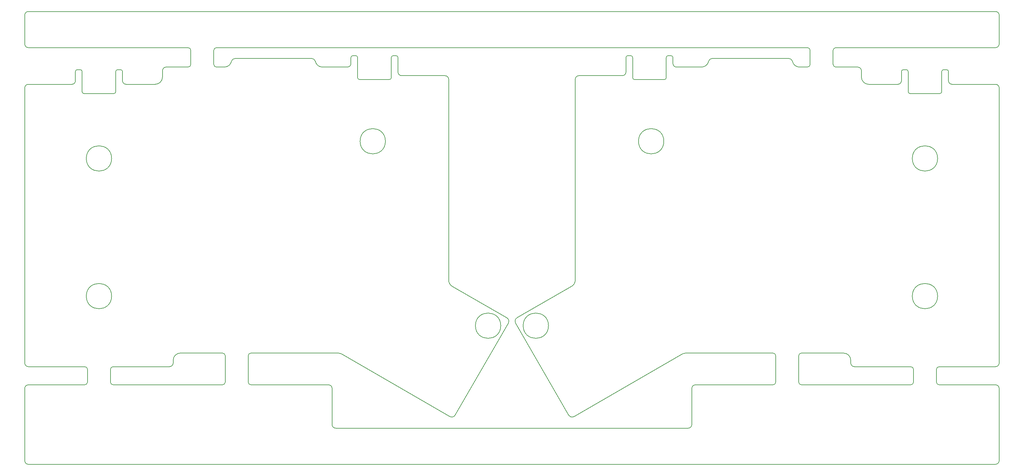
<source format=gm1>
G04 #@! TF.GenerationSoftware,KiCad,Pcbnew,(5.0.0)*
G04 #@! TF.CreationDate,2019-01-31T01:42:25-08:00*
G04 #@! TF.ProjectId,Orbit,4F726269742E6B696361645F70636200,rev?*
G04 #@! TF.SameCoordinates,Original*
G04 #@! TF.FileFunction,Profile,NP*
%FSLAX46Y46*%
G04 Gerber Fmt 4.6, Leading zero omitted, Abs format (unit mm)*
G04 Created by KiCad (PCBNEW (5.0.0)) date 01/31/19 01:42:25*
%MOMM*%
%LPD*%
G01*
G04 APERTURE LIST*
G04 #@! TA.AperFunction,NonConductor*
%ADD10C,0.200000*%
G04 #@! TD*
G04 APERTURE END LIST*
D10*
G04 #@! TO.C,REF\002A\002A*
X38713500Y-47103998D02*
X47013500Y-47103998D01*
X38213500Y-41003998D02*
X38213500Y-46603998D01*
X37713500Y-40503998D02*
G75*
G02X38213500Y-41003998I0J-500000D01*
G01*
X23338500Y-149726775D02*
G75*
G02X22338500Y-148726775I0J1000000D01*
G01*
X23338500Y-122700800D02*
G75*
G02X22338500Y-121700800I0J1000000D01*
G01*
X36863500Y-40503998D02*
X37713500Y-40503998D01*
X36363500Y-43550800D02*
G75*
G02X35363500Y-44550800I-1000000J0D01*
G01*
X23338500Y-44550800D02*
X35363500Y-44550800D01*
X22338500Y-121700800D02*
X22338500Y-45550800D01*
X22338500Y-128726775D02*
G75*
G02X23338500Y-127726775I1000000J0D01*
G01*
X36363500Y-41003998D02*
G75*
G02X36863500Y-40503998I500000J0D01*
G01*
X22338500Y-45550800D02*
G75*
G02X23338500Y-44550800I1000000J0D01*
G01*
X22338500Y-148726775D02*
X22338500Y-128726775D01*
X38938500Y-122700800D02*
X23338500Y-122700800D01*
X39688500Y-126976775D02*
X39688500Y-123450800D01*
X47513500Y-46603998D02*
X47513500Y-41003998D01*
X38713500Y-47103998D02*
G75*
G02X38213500Y-46603998I0J500000D01*
G01*
X290838500Y-149726775D02*
X23338500Y-149726775D01*
X36363500Y-43550800D02*
X36363500Y-41003998D01*
X38938500Y-122700800D02*
G75*
G02X39688500Y-123450800I0J-750000D01*
G01*
X39688500Y-126976775D02*
G75*
G02X38938500Y-127726775I-750000J0D01*
G01*
X23338500Y-127726775D02*
X38938500Y-127726775D01*
X47513500Y-46603998D02*
G75*
G02X47013500Y-47103998I-500000J0D01*
G01*
X253738500Y-40788300D02*
X253738500Y-42550800D01*
X245913500Y-35157050D02*
G75*
G02X246663500Y-34407050I750000J0D01*
G01*
X265313500Y-40503998D02*
X266163500Y-40503998D01*
X255738500Y-44550800D02*
G75*
G02X253738500Y-42550800I0J2000000D01*
G01*
X22338500Y-25407050D02*
G75*
G02X23338500Y-24407050I1000000J0D01*
G01*
X264813500Y-41003998D02*
G75*
G02X265313500Y-40503998I500000J0D01*
G01*
X264813500Y-43550800D02*
X264813500Y-41003998D01*
X264813500Y-43550800D02*
G75*
G02X263813500Y-44550800I-1000000J0D01*
G01*
X122088500Y-60313300D02*
G75*
G03X122088500Y-60313300I-3500000J0D01*
G01*
X153987566Y-111363288D02*
G75*
G03X153987566Y-111363288I-3500000J0D01*
G01*
X246663500Y-39788300D02*
X252738500Y-39788300D01*
X290838500Y-24407050D02*
G75*
G02X291838500Y-25407050I0J-1000000D01*
G01*
X199088500Y-60313300D02*
G75*
G03X199088500Y-60313300I-3500000J0D01*
G01*
X46363500Y-103175800D02*
G75*
G03X46363500Y-103175800I-3500000J0D01*
G01*
X291838500Y-25407050D02*
X291838500Y-33407050D01*
X255738500Y-44550800D02*
X263813500Y-44550800D01*
X246663500Y-39788300D02*
G75*
G02X245913500Y-39038300I0J750000D01*
G01*
X245913500Y-35157050D02*
X245913500Y-39038300D01*
X46363500Y-65075800D02*
G75*
G03X46363500Y-65075800I-3500000J0D01*
G01*
X252738500Y-39788300D02*
G75*
G02X253738500Y-40788300I0J-1000000D01*
G01*
X290838500Y-34407050D02*
X246663500Y-34407050D01*
X291838500Y-33407050D02*
G75*
G02X290838500Y-34407050I-1000000J0D01*
G01*
X23338500Y-24407050D02*
X290838500Y-24407050D01*
X277813500Y-41003998D02*
X277813500Y-43550800D01*
X291838500Y-148726775D02*
G75*
G02X290838500Y-149726775I-1000000J0D01*
G01*
X275238500Y-127726775D02*
G75*
G02X274488500Y-126976775I0J750000D01*
G01*
X275963500Y-46603998D02*
X275963500Y-41003998D01*
X274488500Y-123450800D02*
G75*
G02X275238500Y-122700800I750000J0D01*
G01*
X290838500Y-122700800D02*
X275238500Y-122700800D01*
X275963500Y-46603998D02*
G75*
G02X275463500Y-47103998I-500000J0D01*
G01*
X267163500Y-47103998D02*
G75*
G02X266663500Y-46603998I0J500000D01*
G01*
X267163500Y-47103998D02*
X275463500Y-47103998D01*
X291838500Y-128726775D02*
X291838500Y-148726775D01*
X291838500Y-121700800D02*
G75*
G02X290838500Y-122700800I-1000000J0D01*
G01*
X276463500Y-40503998D02*
X277313500Y-40503998D01*
X275963500Y-41003998D02*
G75*
G02X276463500Y-40503998I500000J0D01*
G01*
X290838500Y-44550800D02*
G75*
G02X291838500Y-45550800I0J-1000000D01*
G01*
X290838500Y-127726775D02*
G75*
G02X291838500Y-128726775I0J-1000000D01*
G01*
X291838500Y-45550800D02*
X291838500Y-121700800D01*
X275238500Y-127726775D02*
X290838500Y-127726775D01*
X278813500Y-44550800D02*
G75*
G02X277813500Y-43550800I0J1000000D01*
G01*
X274488500Y-123450800D02*
X274488500Y-126976775D01*
X277313500Y-40503998D02*
G75*
G02X277813500Y-41003998I0J-500000D01*
G01*
X266163500Y-40503998D02*
G75*
G02X266663500Y-41003998I0J-500000D01*
G01*
X266663500Y-41003998D02*
X266663500Y-46603998D01*
X278813500Y-44550800D02*
X290838500Y-44550800D01*
X104663500Y-39788300D02*
X111563500Y-39788300D01*
X74613500Y-35157050D02*
X74613500Y-39038300D01*
X211470499Y-38200800D02*
G75*
G02X212448998Y-37407050I978499J-206250D01*
G01*
X75363500Y-39788300D02*
X77553002Y-39788300D01*
X238813500Y-34407050D02*
G75*
G02X239563500Y-35157050I0J-750000D01*
G01*
X239563500Y-39038300D02*
G75*
G02X238813500Y-39788300I-750000J0D01*
G01*
X233688500Y-37407050D02*
G75*
G02X234666999Y-38200800I0J-1000000D01*
G01*
X202613500Y-39788300D02*
X209513500Y-39788300D01*
X202613500Y-39788300D02*
G75*
G02X201613500Y-38788300I0J1000000D01*
G01*
X101728002Y-37407050D02*
G75*
G02X102706501Y-38200800I0J-1000000D01*
G01*
X80488500Y-37407050D02*
X101728002Y-37407050D01*
X79510001Y-38200800D02*
G75*
G02X77553002Y-39788300I-1956999J412500D01*
G01*
X75363500Y-39788300D02*
G75*
G02X74613500Y-39038300I0J750000D01*
G01*
X236623998Y-39788300D02*
G75*
G02X234666999Y-38200800I0J2000000D01*
G01*
X104663500Y-39788300D02*
G75*
G02X102706501Y-38200800I0J2000000D01*
G01*
X236623998Y-39788300D02*
X238813500Y-39788300D01*
X238813500Y-34407050D02*
X75363500Y-34407050D01*
X212448998Y-37407050D02*
X233688500Y-37407050D01*
X74613500Y-35157050D02*
G75*
G02X75363500Y-34407050I750000J0D01*
G01*
X79510001Y-38200800D02*
G75*
G02X80488500Y-37407050I978499J-206250D01*
G01*
X239563500Y-39038300D02*
X239563500Y-35157050D01*
X211470499Y-38200800D02*
G75*
G02X209513500Y-39788300I-1956999J412500D01*
G01*
X112563500Y-38788300D02*
G75*
G02X111563500Y-39788300I-1000000J0D01*
G01*
X201613500Y-37135307D02*
X201613500Y-38788300D01*
X158442496Y-109225324D02*
X173588500Y-100480775D01*
X190963500Y-43235307D02*
G75*
G02X190463500Y-42735307I0J500000D01*
G01*
X172838971Y-136160750D02*
X158076471Y-110591350D01*
X189963500Y-36635307D02*
G75*
G02X190463500Y-37135307I0J-500000D01*
G01*
X190463500Y-37135307D02*
X190463500Y-42735307D01*
X201113500Y-36635307D02*
G75*
G02X201613500Y-37135307I0J-500000D01*
G01*
X174588500Y-98748724D02*
X174588500Y-43169550D01*
X200263500Y-36635307D02*
X201113500Y-36635307D01*
X199763500Y-42735307D02*
X199763500Y-37135307D01*
X158076470Y-110591350D02*
G75*
G02X158442496Y-109225324I866026J500000D01*
G01*
X175588500Y-42169550D02*
X187613500Y-42169550D01*
X174588500Y-98748724D02*
G75*
G02X173588500Y-100480775I-2000000J0D01*
G01*
X199763500Y-42735307D02*
G75*
G02X199263500Y-43235307I-500000J0D01*
G01*
X204205027Y-119206249D02*
X174204996Y-136526775D01*
X174204996Y-136526775D02*
G75*
G02X172838971Y-136160750I-500000J866025D01*
G01*
X174588500Y-43169550D02*
G75*
G02X175588500Y-42169550I1000000J0D01*
G01*
X189113500Y-36635307D02*
X189963500Y-36635307D01*
X188613500Y-41169550D02*
X188613500Y-37135307D01*
X188613500Y-37135307D02*
G75*
G02X189113500Y-36635307I500000J0D01*
G01*
X188613500Y-41169550D02*
G75*
G02X187613500Y-42169550I-1000000J0D01*
G01*
X199763500Y-37135307D02*
G75*
G02X200263500Y-36635307I500000J0D01*
G01*
X190963500Y-43235307D02*
X199263500Y-43235307D01*
X114913500Y-43235307D02*
G75*
G02X114413500Y-42735307I0J500000D01*
G01*
X114413500Y-37135307D02*
X114413500Y-42735307D01*
X155734504Y-109225325D02*
G75*
G02X156100529Y-110591350I-500000J-866025D01*
G01*
X126563500Y-42169550D02*
G75*
G02X125563500Y-41169550I0J1000000D01*
G01*
X112563500Y-38788300D02*
X112563500Y-37135307D01*
X113063500Y-36635307D02*
X113913500Y-36635307D01*
X140588500Y-100480775D02*
X155734504Y-109225324D01*
X139588500Y-43169550D02*
X139588500Y-98748724D01*
X140588500Y-100480775D02*
G75*
G02X139588500Y-98748724I1000000J1732051D01*
G01*
X114913500Y-43235307D02*
X123213500Y-43235307D01*
X141338029Y-136160750D02*
G75*
G02X139972004Y-136526775I-866025J500000D01*
G01*
X156100529Y-110591350D02*
X141338029Y-136160750D01*
X125563500Y-37135307D02*
X125563500Y-41169550D01*
X123713500Y-42735307D02*
X123713500Y-37135307D01*
X125063500Y-36635307D02*
G75*
G02X125563500Y-37135307I0J-500000D01*
G01*
X113913500Y-36635307D02*
G75*
G02X114413500Y-37135307I0J-500000D01*
G01*
X124213500Y-36635307D02*
X125063500Y-36635307D01*
X123713500Y-37135307D02*
G75*
G02X124213500Y-36635307I500000J0D01*
G01*
X123713500Y-42735307D02*
G75*
G02X123213500Y-43235307I-500000J0D01*
G01*
X112563500Y-37135307D02*
G75*
G02X113063500Y-36635307I500000J0D01*
G01*
X126563500Y-42169550D02*
X138588500Y-42169550D01*
X138588500Y-42169550D02*
G75*
G02X139588500Y-43169550I0J-1000000D01*
G01*
X139972004Y-136526775D02*
X109971973Y-119206249D01*
X230038500Y-126976775D02*
G75*
G02X229288500Y-127726775I-750000J0D01*
G01*
X68263500Y-39038300D02*
G75*
G02X67513500Y-39788300I-750000J0D01*
G01*
X49363500Y-41003998D02*
X49363500Y-43550800D01*
X50363500Y-44550800D02*
X58438500Y-44550800D01*
X229288500Y-118938300D02*
G75*
G02X230038500Y-119688300I0J-750000D01*
G01*
X207838500Y-127726775D02*
X229288500Y-127726775D01*
X206838500Y-128726775D02*
G75*
G02X207838500Y-127726775I1000000J0D01*
G01*
X61438500Y-39788300D02*
X67513500Y-39788300D01*
X23338500Y-34407050D02*
G75*
G02X22338500Y-33407050I0J1000000D01*
G01*
X67513500Y-34407050D02*
X23338500Y-34407050D01*
X47513500Y-41003998D02*
G75*
G02X48013500Y-40503998I500000J0D01*
G01*
X67513500Y-34407050D02*
G75*
G02X68263500Y-35157050I0J-750000D01*
G01*
X60438500Y-40788300D02*
G75*
G02X61438500Y-39788300I1000000J0D01*
G01*
X50363500Y-44550800D02*
G75*
G02X49363500Y-43550800I0J1000000D01*
G01*
X48863500Y-40503998D02*
G75*
G02X49363500Y-41003998I0J-500000D01*
G01*
X68263500Y-39038300D02*
X68263500Y-35157050D01*
X60438500Y-42550800D02*
G75*
G02X58438500Y-44550800I-2000000J0D01*
G01*
X229288500Y-118938300D02*
X205205027Y-118938300D01*
X22338500Y-33407050D02*
X22338500Y-25407050D01*
X48013500Y-40503998D02*
X48863500Y-40503998D01*
X204205027Y-119206249D02*
G75*
G02X205205027Y-118938300I1000000J-1732051D01*
G01*
X230038500Y-126976775D02*
X230038500Y-119688300D01*
X60438500Y-42550800D02*
X60438500Y-40788300D01*
X250788500Y-121700800D02*
X250788500Y-120938300D01*
X77788500Y-126976775D02*
X77788500Y-119688300D01*
X46788500Y-127726775D02*
X77038500Y-127726775D01*
X107338500Y-128726775D02*
X107338500Y-138726775D01*
X46788500Y-127726775D02*
G75*
G02X46038500Y-126976775I0J750000D01*
G01*
X267388500Y-122700800D02*
G75*
G02X268138500Y-123450800I0J-750000D01*
G01*
X248788500Y-118938300D02*
X237138500Y-118938300D01*
X77038500Y-118938300D02*
X65388500Y-118938300D01*
X206838500Y-138726775D02*
G75*
G02X205838500Y-139726775I-1000000J0D01*
G01*
X206838500Y-138726775D02*
X206838500Y-128726775D01*
X268138500Y-126976775D02*
G75*
G02X267388500Y-127726775I-750000J0D01*
G01*
X237138500Y-127726775D02*
X267388500Y-127726775D01*
X237138500Y-127726775D02*
G75*
G02X236388500Y-126976775I0J750000D01*
G01*
X77788500Y-126976775D02*
G75*
G02X77038500Y-127726775I-750000J0D01*
G01*
X63388500Y-120938300D02*
X63388500Y-121700800D01*
X236388500Y-119688300D02*
G75*
G02X237138500Y-118938300I750000J0D01*
G01*
X248788500Y-118938300D02*
G75*
G02X250788500Y-120938300I0J-2000000D01*
G01*
X77038500Y-118938300D02*
G75*
G02X77788500Y-119688300I0J-750000D01*
G01*
X84138500Y-119688300D02*
G75*
G02X84888500Y-118938300I750000J0D01*
G01*
X251788500Y-122700800D02*
G75*
G02X250788500Y-121700800I0J1000000D01*
G01*
X267388500Y-122700800D02*
X251788500Y-122700800D01*
X46038500Y-123450800D02*
X46038500Y-126976775D01*
X84888500Y-127726775D02*
X106338500Y-127726775D01*
X46038500Y-123450800D02*
G75*
G02X46788500Y-122700800I750000J0D01*
G01*
X62388500Y-122700800D02*
X46788500Y-122700800D01*
X63388500Y-120938300D02*
G75*
G02X65388500Y-118938300I2000000J0D01*
G01*
X84888500Y-127726775D02*
G75*
G02X84138500Y-126976775I0J750000D01*
G01*
X106338500Y-127726775D02*
G75*
G02X107338500Y-128726775I0J-1000000D01*
G01*
X108971973Y-118938300D02*
X84888500Y-118938300D01*
X84138500Y-119688300D02*
X84138500Y-126976775D01*
X63388500Y-121700800D02*
G75*
G02X62388500Y-122700800I-1000000J0D01*
G01*
X108971973Y-118938300D02*
G75*
G02X109971973Y-119206249I0J-2000000D01*
G01*
X108338500Y-139726775D02*
G75*
G02X107338500Y-138726775I0J1000000D01*
G01*
X236388500Y-119688300D02*
X236388500Y-126976775D01*
X108338500Y-139726775D02*
X205838500Y-139726775D01*
X268138500Y-126976775D02*
X268138500Y-123450800D01*
X167189434Y-111363288D02*
G75*
G03X167189434Y-111363288I-3500000J0D01*
G01*
X274813500Y-65075800D02*
G75*
G03X274813500Y-65075800I-3500000J0D01*
G01*
X274813500Y-103175800D02*
G75*
G03X274813500Y-103175800I-3500000J0D01*
G01*
G04 #@! TD*
M02*

</source>
